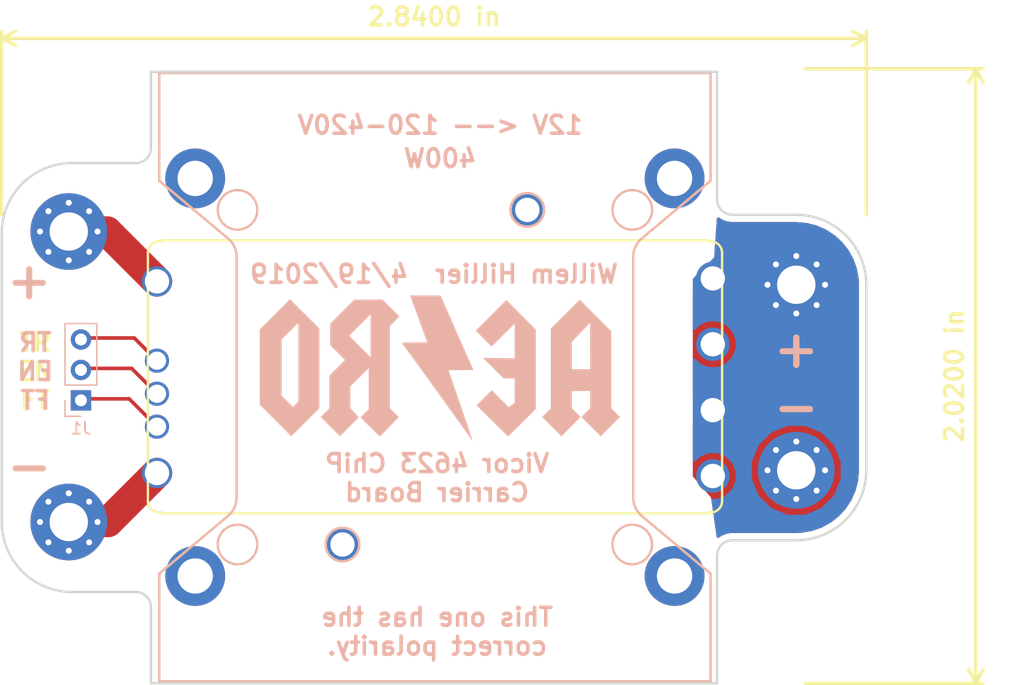
<source format=kicad_pcb>
(kicad_pcb (version 20171130) (host pcbnew "(5.0.2)-1")

  (general
    (thickness 1.6)
    (drawings 35)
    (tracks 10)
    (zones 0)
    (modules 7)
    (nets 8)
  )

  (page A4)
  (layers
    (0 F.Cu signal)
    (31 B.Cu signal)
    (32 B.Adhes user)
    (33 F.Adhes user)
    (34 B.Paste user)
    (35 F.Paste user)
    (36 B.SilkS user)
    (37 F.SilkS user)
    (38 B.Mask user)
    (39 F.Mask user)
    (40 Dwgs.User user)
    (41 Cmts.User user)
    (42 Eco1.User user)
    (43 Eco2.User user)
    (44 Edge.Cuts user)
    (45 Margin user)
    (46 B.CrtYd user)
    (47 F.CrtYd user)
    (48 B.Fab user)
    (49 F.Fab user)
  )

  (setup
    (last_trace_width 0.3048)
    (trace_clearance 0.2032)
    (zone_clearance 0.508)
    (zone_45_only no)
    (trace_min 0.2)
    (segment_width 0.2)
    (edge_width 0.2)
    (via_size 0.8)
    (via_drill 0.4)
    (via_min_size 0.4)
    (via_min_drill 0.3)
    (uvia_size 0.3)
    (uvia_drill 0.1)
    (uvias_allowed no)
    (uvia_min_size 0.2)
    (uvia_min_drill 0.1)
    (pcb_text_width 0.3)
    (pcb_text_size 1.5 1.5)
    (mod_edge_width 0.15)
    (mod_text_size 1 1)
    (mod_text_width 0.15)
    (pad_size 6.4 6.4)
    (pad_drill 3.2)
    (pad_to_mask_clearance 0.2)
    (solder_mask_min_width 0.25)
    (aux_axis_origin 0 0)
    (grid_origin 60.706 19.939)
    (visible_elements 7FFFFFFF)
    (pcbplotparams
      (layerselection 0x010fc_ffffffff)
      (usegerberextensions false)
      (usegerberattributes false)
      (usegerberadvancedattributes false)
      (creategerberjobfile false)
      (excludeedgelayer true)
      (linewidth 0.100000)
      (plotframeref false)
      (viasonmask false)
      (mode 1)
      (useauxorigin false)
      (hpglpennumber 1)
      (hpglpenspeed 20)
      (hpglpendiameter 15.000000)
      (psnegative false)
      (psa4output false)
      (plotreference true)
      (plotvalue true)
      (plotinvisibletext false)
      (padsonsilk false)
      (subtractmaskfromsilk false)
      (outputformat 1)
      (mirror false)
      (drillshape 0)
      (scaleselection 1)
      (outputdirectory "gerbers/"))
  )

  (net 0 "")
  (net 1 "Net-(J1-Pad1)")
  (net 2 "Net-(J1-Pad2)")
  (net 3 "Net-(J1-Pad3)")
  (net 4 "Net-(J2-Pad1)")
  (net 5 "Net-(J3-Pad1)")
  (net 6 "Net-(J4-Pad1)")
  (net 7 "Net-(J5-Pad1)")

  (net_class Default "This is the default net class."
    (clearance 0.2032)
    (trace_width 0.3048)
    (via_dia 0.8)
    (via_drill 0.4)
    (uvia_dia 0.3)
    (uvia_drill 0.1)
    (add_net "Net-(J1-Pad1)")
    (add_net "Net-(J1-Pad2)")
    (add_net "Net-(J1-Pad3)")
    (add_net "Net-(J4-Pad1)")
    (add_net "Net-(J5-Pad1)")
  )

  (net_class HV ""
    (clearance 3.81)
    (trace_width 2.54)
    (via_dia 0.8)
    (via_drill 0.4)
    (uvia_dia 0.3)
    (uvia_drill 0.1)
    (add_net "Net-(J2-Pad1)")
    (add_net "Net-(J3-Pad1)")
  )

  (module Connector_PinHeader_2.54mm:PinHeader_1x03_P2.54mm_Vertical (layer B.Cu) (tedit 59FED5CC) (tstamp 5C8B4814)
    (at 1.016 14.097)
    (descr "Through hole straight pin header, 1x03, 2.54mm pitch, single row")
    (tags "Through hole pin header THT 1x03 2.54mm single row")
    (path /5C7EB2B3)
    (fp_text reference J1 (at 0 2.33) (layer B.SilkS)
      (effects (font (size 1 1) (thickness 0.15)) (justify mirror))
    )
    (fp_text value Interface (at 0 -7.41) (layer B.Fab)
      (effects (font (size 1 1) (thickness 0.15)) (justify mirror))
    )
    (fp_line (start -0.635 1.27) (end 1.27 1.27) (layer B.Fab) (width 0.1))
    (fp_line (start 1.27 1.27) (end 1.27 -6.35) (layer B.Fab) (width 0.1))
    (fp_line (start 1.27 -6.35) (end -1.27 -6.35) (layer B.Fab) (width 0.1))
    (fp_line (start -1.27 -6.35) (end -1.27 0.635) (layer B.Fab) (width 0.1))
    (fp_line (start -1.27 0.635) (end -0.635 1.27) (layer B.Fab) (width 0.1))
    (fp_line (start -1.33 -6.41) (end 1.33 -6.41) (layer B.SilkS) (width 0.12))
    (fp_line (start -1.33 -1.27) (end -1.33 -6.41) (layer B.SilkS) (width 0.12))
    (fp_line (start 1.33 -1.27) (end 1.33 -6.41) (layer B.SilkS) (width 0.12))
    (fp_line (start -1.33 -1.27) (end 1.33 -1.27) (layer B.SilkS) (width 0.12))
    (fp_line (start -1.33 0) (end -1.33 1.33) (layer B.SilkS) (width 0.12))
    (fp_line (start -1.33 1.33) (end 0 1.33) (layer B.SilkS) (width 0.12))
    (fp_line (start -1.8 1.8) (end -1.8 -6.85) (layer B.CrtYd) (width 0.05))
    (fp_line (start -1.8 -6.85) (end 1.8 -6.85) (layer B.CrtYd) (width 0.05))
    (fp_line (start 1.8 -6.85) (end 1.8 1.8) (layer B.CrtYd) (width 0.05))
    (fp_line (start 1.8 1.8) (end -1.8 1.8) (layer B.CrtYd) (width 0.05))
    (fp_text user %R (at 0 -2.54 -90) (layer B.Fab)
      (effects (font (size 1 1) (thickness 0.15)) (justify mirror))
    )
    (pad 1 thru_hole rect (at 0 0) (size 1.7 1.7) (drill 1) (layers *.Cu *.Mask)
      (net 1 "Net-(J1-Pad1)"))
    (pad 2 thru_hole oval (at 0 -2.54) (size 1.7 1.7) (drill 1) (layers *.Cu *.Mask)
      (net 2 "Net-(J1-Pad2)"))
    (pad 3 thru_hole oval (at 0 -5.08) (size 1.7 1.7) (drill 1) (layers *.Cu *.Mask)
      (net 3 "Net-(J1-Pad3)"))
    (model ${KISYS3DMOD}/Connector_PinHeader_2.54mm.3dshapes/PinHeader_1x03_P2.54mm_Vertical.wrl
      (at (xyz 0 0 0))
      (scale (xyz 1 1 1))
      (rotate (xyz 0 0 0))
    )
  )

  (module MountingHole:MountingHole_3.2mm_M3_Pad_Via (layer F.Cu) (tedit 5C80A11C) (tstamp 5C8B4AAE)
    (at 0 0)
    (descr "Mounting Hole 3.2mm, M3")
    (tags "mounting hole 3.2mm m3")
    (path /5C7EAEF1)
    (attr virtual)
    (fp_text reference J2 (at 0 -4.2) (layer F.SilkS) hide
      (effects (font (size 1 1) (thickness 0.15)))
    )
    (fp_text value HV+ (at 0 4.2) (layer F.Fab)
      (effects (font (size 1 1) (thickness 0.15)))
    )
    (fp_text user %R (at 0.3 0) (layer F.Fab)
      (effects (font (size 1 1) (thickness 0.15)))
    )
    (fp_circle (center 0 0) (end 3.2 0) (layer Cmts.User) (width 0.15))
    (fp_circle (center 0 0) (end 3.45 0) (layer F.CrtYd) (width 0.05))
    (pad 1 thru_hole circle (at 0 0) (size 6.4 6.4) (drill 3.2) (layers *.Cu *.Mask)
      (net 4 "Net-(J2-Pad1)"))
    (pad 1 thru_hole circle (at 2.4 0) (size 0.8 0.8) (drill 0.5) (layers *.Cu *.Mask)
      (net 4 "Net-(J2-Pad1)"))
    (pad 1 thru_hole circle (at 1.697056 1.697056) (size 0.8 0.8) (drill 0.5) (layers *.Cu *.Mask)
      (net 4 "Net-(J2-Pad1)"))
    (pad 1 thru_hole circle (at 0 2.4) (size 0.8 0.8) (drill 0.5) (layers *.Cu *.Mask)
      (net 4 "Net-(J2-Pad1)"))
    (pad 1 thru_hole circle (at -1.697056 1.697056) (size 0.8 0.8) (drill 0.5) (layers *.Cu *.Mask)
      (net 4 "Net-(J2-Pad1)"))
    (pad 1 thru_hole circle (at -2.4 0) (size 0.8 0.8) (drill 0.5) (layers *.Cu *.Mask)
      (net 4 "Net-(J2-Pad1)"))
    (pad 1 thru_hole circle (at -1.697056 -1.697056) (size 0.8 0.8) (drill 0.5) (layers *.Cu *.Mask)
      (net 4 "Net-(J2-Pad1)"))
    (pad 1 thru_hole circle (at 0 -2.4) (size 0.8 0.8) (drill 0.5) (layers *.Cu *.Mask)
      (net 4 "Net-(J2-Pad1)"))
    (pad 1 thru_hole circle (at 1.697056 -1.697056) (size 0.8 0.8) (drill 0.5) (layers *.Cu *.Mask)
      (net 4 "Net-(J2-Pad1)"))
  )

  (module MountingHole:MountingHole_3.2mm_M3_Pad_Via (layer F.Cu) (tedit 5C80A124) (tstamp 5C8B47E0)
    (at 0 24.257)
    (descr "Mounting Hole 3.2mm, M3")
    (tags "mounting hole 3.2mm m3")
    (path /5C7EAF3F)
    (attr virtual)
    (fp_text reference J3 (at 0 -4.2) (layer F.SilkS) hide
      (effects (font (size 1 1) (thickness 0.15)))
    )
    (fp_text value HV- (at 0 4.2) (layer F.Fab)
      (effects (font (size 1 1) (thickness 0.15)))
    )
    (fp_circle (center 0 0) (end 3.45 0) (layer F.CrtYd) (width 0.05))
    (fp_circle (center 0 0) (end 3.2 0) (layer Cmts.User) (width 0.15))
    (fp_text user %R (at 0.3 0) (layer F.Fab)
      (effects (font (size 1 1) (thickness 0.15)))
    )
    (pad 1 thru_hole circle (at 1.697056 -1.697056) (size 0.8 0.8) (drill 0.5) (layers *.Cu *.Mask)
      (net 5 "Net-(J3-Pad1)"))
    (pad 1 thru_hole circle (at 0 -2.4) (size 0.8 0.8) (drill 0.5) (layers *.Cu *.Mask)
      (net 5 "Net-(J3-Pad1)"))
    (pad 1 thru_hole circle (at -1.697056 -1.697056) (size 0.8 0.8) (drill 0.5) (layers *.Cu *.Mask)
      (net 5 "Net-(J3-Pad1)"))
    (pad 1 thru_hole circle (at -2.4 0) (size 0.8 0.8) (drill 0.5) (layers *.Cu *.Mask)
      (net 5 "Net-(J3-Pad1)"))
    (pad 1 thru_hole circle (at -1.697056 1.697056) (size 0.8 0.8) (drill 0.5) (layers *.Cu *.Mask)
      (net 5 "Net-(J3-Pad1)"))
    (pad 1 thru_hole circle (at 0 2.4) (size 0.8 0.8) (drill 0.5) (layers *.Cu *.Mask)
      (net 5 "Net-(J3-Pad1)"))
    (pad 1 thru_hole circle (at 1.697056 1.697056) (size 0.8 0.8) (drill 0.5) (layers *.Cu *.Mask)
      (net 5 "Net-(J3-Pad1)"))
    (pad 1 thru_hole circle (at 2.4 0) (size 0.8 0.8) (drill 0.5) (layers *.Cu *.Mask)
      (net 5 "Net-(J3-Pad1)"))
    (pad 1 thru_hole circle (at 0 0) (size 6.4 6.4) (drill 3.2) (layers *.Cu *.Mask)
      (net 5 "Net-(J3-Pad1)"))
  )

  (module MountingHole:MountingHole_3.2mm_M3_Pad_Via (layer F.Cu) (tedit 5CBA691B) (tstamp 5C8B4A0E)
    (at 60.706 4.445)
    (descr "Mounting Hole 3.2mm, M3")
    (tags "mounting hole 3.2mm m3")
    (path /5C7EAF57)
    (attr virtual)
    (fp_text reference J4 (at 0 -4.2) (layer F.SilkS) hide
      (effects (font (size 1 1) (thickness 0.15)))
    )
    (fp_text value 12V+ (at 0 4.2) (layer F.Fab)
      (effects (font (size 1 1) (thickness 0.15)))
    )
    (fp_text user %R (at 0.3 0) (layer F.Fab)
      (effects (font (size 1 1) (thickness 0.15)))
    )
    (fp_circle (center 0 0) (end 3.2 0) (layer Cmts.User) (width 0.15))
    (fp_circle (center 0 0) (end 3.45 0) (layer F.CrtYd) (width 0.05))
    (pad 1 thru_hole circle (at 0 0) (size 6.4 6.4) (drill 3.2) (layers *.Cu *.Mask)
      (net 6 "Net-(J4-Pad1)"))
    (pad 1 thru_hole circle (at 2.4 0) (size 0.8 0.8) (drill 0.5) (layers *.Cu *.Mask)
      (net 6 "Net-(J4-Pad1)"))
    (pad 1 thru_hole circle (at 1.697056 1.697056) (size 0.8 0.8) (drill 0.5) (layers *.Cu *.Mask)
      (net 6 "Net-(J4-Pad1)"))
    (pad 1 thru_hole circle (at 0 2.4) (size 0.8 0.8) (drill 0.5) (layers *.Cu *.Mask)
      (net 6 "Net-(J4-Pad1)"))
    (pad 1 thru_hole circle (at -1.697056 1.697056) (size 0.8 0.8) (drill 0.5) (layers *.Cu *.Mask)
      (net 6 "Net-(J4-Pad1)"))
    (pad 1 thru_hole circle (at -2.4 0) (size 0.8 0.8) (drill 0.5) (layers *.Cu *.Mask)
      (net 6 "Net-(J4-Pad1)"))
    (pad 1 thru_hole circle (at -1.697056 -1.697056) (size 0.8 0.8) (drill 0.5) (layers *.Cu *.Mask)
      (net 6 "Net-(J4-Pad1)"))
    (pad 1 thru_hole circle (at 0 -2.4) (size 0.8 0.8) (drill 0.5) (layers *.Cu *.Mask)
      (net 6 "Net-(J4-Pad1)"))
    (pad 1 thru_hole circle (at 1.697056 -1.697056) (size 0.8 0.8) (drill 0.5) (layers *.Cu *.Mask)
      (net 6 "Net-(J4-Pad1)"))
  )

  (module MountingHole:MountingHole_3.2mm_M3_Pad_Via (layer F.Cu) (tedit 5CBA68D5) (tstamp 5C8B49E1)
    (at 60.706 19.939)
    (descr "Mounting Hole 3.2mm, M3")
    (tags "mounting hole 3.2mm m3")
    (path /5C7EAFA7)
    (attr virtual)
    (fp_text reference J5 (at 0 -4.2) (layer F.SilkS) hide
      (effects (font (size 1 1) (thickness 0.15)))
    )
    (fp_text value 12V- (at 0 4.2) (layer F.Fab)
      (effects (font (size 1 1) (thickness 0.15)))
    )
    (fp_circle (center 0 0) (end 3.45 0) (layer F.CrtYd) (width 0.05))
    (fp_circle (center 0 0) (end 3.2 0) (layer Cmts.User) (width 0.15))
    (fp_text user %R (at 0.3 0) (layer F.Fab)
      (effects (font (size 1 1) (thickness 0.15)))
    )
    (pad 1 thru_hole circle (at 1.697056 -1.697056) (size 0.8 0.8) (drill 0.5) (layers *.Cu *.Mask)
      (net 7 "Net-(J5-Pad1)"))
    (pad 1 thru_hole circle (at 0 -2.4) (size 0.8 0.8) (drill 0.5) (layers *.Cu *.Mask)
      (net 7 "Net-(J5-Pad1)"))
    (pad 1 thru_hole circle (at -1.697056 -1.697056) (size 0.8 0.8) (drill 0.5) (layers *.Cu *.Mask)
      (net 7 "Net-(J5-Pad1)"))
    (pad 1 thru_hole circle (at -2.4 0) (size 0.8 0.8) (drill 0.5) (layers *.Cu *.Mask)
      (net 7 "Net-(J5-Pad1)"))
    (pad 1 thru_hole circle (at -1.697056 1.697056) (size 0.8 0.8) (drill 0.5) (layers *.Cu *.Mask)
      (net 7 "Net-(J5-Pad1)"))
    (pad 1 thru_hole circle (at 0 2.4) (size 0.8 0.8) (drill 0.5) (layers *.Cu *.Mask)
      (net 7 "Net-(J5-Pad1)"))
    (pad 1 thru_hole circle (at 1.697056 1.697056) (size 0.8 0.8) (drill 0.5) (layers *.Cu *.Mask)
      (net 7 "Net-(J5-Pad1)"))
    (pad 1 thru_hole circle (at 2.4 0) (size 0.8 0.8) (drill 0.5) (layers *.Cu *.Mask)
      (net 7 "Net-(J5-Pad1)"))
    (pad 1 thru_hole circle (at 0 0) (size 6.4 6.4) (drill 3.2) (layers *.Cu *.Mask)
      (net 7 "Net-(J5-Pad1)"))
  )

  (module CustomFootprints:DCM4623TD2J13D0T70_w_landpattern (layer F.Cu) (tedit 5C80A120) (tstamp 5C8B48C6)
    (at 30.551 12.165001)
    (path /5C7EAE2A)
    (fp_text reference U1 (at -31.15 0 90) (layer F.SilkS) hide
      (effects (font (size 1 1) (thickness 0.15)))
    )
    (fp_text value DCM4623TD2J13D0T70-AEROParts (at -0.05 -2.05) (layer F.Fab)
      (effects (font (size 1 1) (thickness 0.15)))
    )
    (fp_line (start -21.119413 14.822) (end -23 16.4) (layer B.SilkS) (width 0.2))
    (fp_line (start -17.264425 11.587281) (end -20.96806 14.695) (layer B.SilkS) (width 0.2))
    (fp_arc (start -7.7089 13.97) (end -6.511246 14.695) (angle -242.377245) (layer B.SilkS) (width 0.2))
    (fp_circle (center 20 -16.6) (end 20 -17.625) (layer B.SilkS) (width 0.2))
    (fp_circle (center -20 16.6) (end -20 15.575) (layer B.SilkS) (width 0.2))
    (fp_arc (start -16.47 13.97) (end -17.88301 14.822) (angle -117.8227081) (layer B.SilkS) (width 0.2))
    (fp_arc (start 7.7089 -13.97) (end 8.819799 -14.822) (angle -105.0274407) (layer B.SilkS) (width 0.2))
    (fp_line (start -23 18.505) (end -23 25.4) (layer B.SilkS) (width 0.2))
    (fp_circle (center -20 -16.6) (end -20 -17.625) (layer B.SilkS) (width 0.2))
    (fp_line (start 23 -18.505) (end 23 -25.4) (layer B.SilkS) (width 0.2))
    (fp_line (start 23 -16.4) (end 23 -18.378) (layer B.SilkS) (width 0.2))
    (fp_arc (start 18.55 -10.055192) (end 17.264425 -11.587281) (angle -50) (layer B.SilkS) (width 0.2))
    (fp_line (start 16.55 10.055192) (end 16.55 -10.055192) (layer B.SilkS) (width 0.2))
    (fp_line (start 21.119413 14.822) (end 20.96806 14.695) (layer B.SilkS) (width 0.2))
    (fp_line (start 23 25.4) (end 23 18.505) (layer B.SilkS) (width 0.2))
    (fp_line (start -23 18.378) (end -23 18.505) (layer B.SilkS) (width 0.2))
    (fp_line (start -20.96806 14.695) (end -21.119413 14.822) (layer B.SilkS) (width 0.2))
    (fp_arc (start 16.47 -13.97) (end 14.987814 -14.695) (angle -232.130437) (layer B.SilkS) (width 0.2))
    (fp_line (start 23 16.4) (end 21.119413 14.822) (layer B.SilkS) (width 0.2))
    (fp_circle (center 20 16.6) (end 20 15.575) (layer B.SilkS) (width 0.2))
    (fp_arc (start -18.55 10.055192) (end -17.264425 11.587281) (angle -50) (layer B.SilkS) (width 0.2))
    (fp_arc (start 16.47 13.97) (end 17.952186 14.695) (angle -232.130437) (layer B.SilkS) (width 0.2))
    (fp_line (start 21.119413 -14.822) (end 23 -16.4) (layer B.SilkS) (width 0.2))
    (fp_arc (start -16.47 13.97) (end -14.987814 14.695) (angle -232.130437) (layer B.SilkS) (width 0.2))
    (fp_arc (start 16.47 13.97) (end 15.05699 14.822) (angle -117.8227081) (layer B.SilkS) (width 0.2))
    (fp_line (start 20.96806 -14.695) (end 21.119413 -14.822) (layer B.SilkS) (width 0.2))
    (fp_line (start -23 -16.4) (end -21.119413 -14.822) (layer B.SilkS) (width 0.2))
    (fp_line (start -20.96806 -14.695) (end -17.264425 -11.587281) (layer B.SilkS) (width 0.2))
    (fp_arc (start 16.47 -13.97) (end 17.88301 -14.822) (angle -117.8227081) (layer B.SilkS) (width 0.2))
    (fp_arc (start -7.7089 13.97) (end -8.819799 14.822) (angle -105.0274407) (layer B.SilkS) (width 0.2))
    (fp_line (start 23 -25.4) (end -23 -25.4) (layer B.SilkS) (width 0.2))
    (fp_arc (start -16.47 -13.97) (end -15.05699 -14.822) (angle -117.8227081) (layer B.SilkS) (width 0.2))
    (fp_line (start 17.264425 -11.587281) (end 20.96806 -14.695) (layer B.SilkS) (width 0.2))
    (fp_line (start -23 -18.378) (end -23 -16.4) (layer B.SilkS) (width 0.2))
    (fp_arc (start 7.7089 -13.97) (end 6.511246 -14.695) (angle -242.377245) (layer B.SilkS) (width 0.2))
    (fp_arc (start -16.47 -13.97) (end -17.952186 -14.695) (angle -232.130437) (layer B.SilkS) (width 0.2))
    (fp_line (start 20.96806 14.695) (end 17.264425 11.587281) (layer B.SilkS) (width 0.2))
    (fp_arc (start 18.55 10.055192) (end 16.55 10.055192) (angle -50) (layer B.SilkS) (width 0.2))
    (fp_line (start -23 16.4) (end -23 18.378) (layer B.SilkS) (width 0.2))
    (fp_line (start -23 -25.4) (end -23 -18.505) (layer B.SilkS) (width 0.2))
    (fp_line (start 23 18.505) (end 23 18.378) (layer B.SilkS) (width 0.2))
    (fp_arc (start -18.55 -10.055192) (end -16.55 -10.055192) (angle -50) (layer B.SilkS) (width 0.2))
    (fp_line (start 23 18.378) (end 23 16.4) (layer B.SilkS) (width 0.2))
    (fp_line (start -16.55 -10.055192) (end -16.55 10.055192) (layer B.SilkS) (width 0.2))
    (fp_line (start -21.119413 -14.822) (end -20.96806 -14.695) (layer B.SilkS) (width 0.2))
    (fp_line (start -23 -18.505) (end -23 -18.378) (layer B.SilkS) (width 0.2))
    (fp_line (start 23 -18.378) (end 23 -18.505) (layer B.SilkS) (width 0.2))
    (fp_line (start -23 25.4) (end 23 25.4) (layer B.SilkS) (width 0.2))
    (fp_line (start -22.7782 -11.4262) (end -22.7782 -11.35) (layer F.SilkS) (width 0.2))
    (fp_line (start -22.7782 11.2976) (end -22.7782 11.3738) (layer F.SilkS) (width 0.2))
    (fp_arc (start 23 -10.3848) (end 23.9652 -10.3848) (angle -90) (layer F.SilkS) (width 0.2))
    (fp_line (start 22.7968 11.3738) (end 22.7968 11.2976) (layer F.SilkS) (width 0.2))
    (fp_line (start 22.7968 -11.4262) (end -22.7782 -11.4262) (layer F.SilkS) (width 0.2))
    (fp_line (start -23.9466 10.3324) (end -23.9466 -10.3848) (layer F.SilkS) (width 0.2))
    (fp_arc (start -22.9814 -10.3848) (end -22.9814 -11.35) (angle -90) (layer F.SilkS) (width 0.2))
    (fp_line (start -22.7782 11.3738) (end 22.7968 11.3738) (layer F.SilkS) (width 0.2))
    (fp_line (start 23 11.2976) (end 22.7968 11.2976) (layer F.SilkS) (width 0.2))
    (fp_line (start 22.7968 -11.4262) (end 22.7968 -11.35) (layer F.SilkS) (width 0.2))
    (fp_line (start 23.9652 10.3324) (end 23.9652 -10.3848) (layer F.SilkS) (width 0.2))
    (fp_arc (start 23 10.3324) (end 23 11.2976) (angle -90) (layer F.SilkS) (width 0.2))
    (fp_line (start -22.9814 -11.35) (end -22.7782 -11.35) (layer F.SilkS) (width 0.2))
    (fp_arc (start -22.9814 10.3324) (end -23.9466 10.3324) (angle -90) (layer F.SilkS) (width 0.2))
    (fp_line (start -22.9814 11.2976) (end -22.7782 11.2976) (layer F.SilkS) (width 0.2))
    (fp_line (start 23 -11.35) (end 22.7968 -11.35) (layer F.SilkS) (width 0.2))
    (fp_line (start 16.55 10.055192) (end 16.55 -10.055192) (layer F.SilkS) (width 0.2))
    (fp_line (start -20.96806 14.695) (end -21.119413 14.822) (layer F.SilkS) (width 0.2))
    (fp_line (start -23 -18.505) (end -23 -18.378) (layer F.SilkS) (width 0.2))
    (fp_line (start 21.119413 -14.822) (end 23 -16.4) (layer F.SilkS) (width 0.2))
    (fp_line (start 20.96806 14.695) (end 17.264425 11.587281) (layer F.SilkS) (width 0.2))
    (fp_line (start 23 16.4) (end 21.119413 14.822) (layer F.SilkS) (width 0.2))
    (fp_line (start 23 25.4) (end 23 18.505) (layer F.SilkS) (width 0.2))
    (fp_arc (start -7.7089 13.97) (end -8.819799 14.822) (angle -105.0274407) (layer F.SilkS) (width 0.2))
    (fp_line (start 23 18.378) (end 23 16.4) (layer F.SilkS) (width 0.2))
    (fp_line (start -23 -25.4) (end -23 -18.505) (layer F.SilkS) (width 0.2))
    (fp_line (start 17.264425 -11.587281) (end 20.96806 -14.695) (layer F.SilkS) (width 0.2))
    (fp_line (start -17.264425 11.587281) (end -20.96806 14.695) (layer F.SilkS) (width 0.2))
    (fp_line (start 20.96806 -14.695) (end 21.119413 -14.822) (layer F.SilkS) (width 0.2))
    (fp_arc (start -16.47 -13.97) (end -15.05699 -14.822) (angle -117.8227081) (layer F.SilkS) (width 0.2))
    (fp_arc (start 18.55 10.055192) (end 16.55 10.055192) (angle -50) (layer F.SilkS) (width 0.2))
    (fp_line (start -23 25.4) (end 23 25.4) (layer F.SilkS) (width 0.2))
    (fp_arc (start -16.47 -13.97) (end -17.952186 -14.695) (angle -232.130437) (layer F.SilkS) (width 0.2))
    (fp_line (start 21.119413 14.822) (end 20.96806 14.695) (layer F.SilkS) (width 0.2))
    (fp_line (start -23 18.505) (end -23 25.4) (layer F.SilkS) (width 0.2))
    (fp_circle (center 20 16.6) (end 20 15.575) (layer F.SilkS) (width 0.2))
    (fp_line (start 23 18.505) (end 23 18.378) (layer F.SilkS) (width 0.2))
    (fp_line (start -21.119413 14.822) (end -23 16.4) (layer F.SilkS) (width 0.2))
    (fp_arc (start 16.47 13.97) (end 17.952186 14.695) (angle -232.130437) (layer F.SilkS) (width 0.2))
    (fp_arc (start 7.7089 -13.97) (end 6.511246 -14.695) (angle -242.377245) (layer F.SilkS) (width 0.2))
    (fp_line (start 23 -25.4) (end -23 -25.4) (layer F.SilkS) (width 0.2))
    (fp_line (start 23 -18.378) (end 23 -18.505) (layer F.SilkS) (width 0.2))
    (fp_arc (start 16.47 -13.97) (end 17.88301 -14.822) (angle -117.8227081) (layer F.SilkS) (width 0.2))
    (fp_arc (start 18.55 -10.055192) (end 17.264425 -11.587281) (angle -50) (layer F.SilkS) (width 0.2))
    (fp_arc (start -16.47 13.97) (end -17.88301 14.822) (angle -117.8227081) (layer F.SilkS) (width 0.2))
    (fp_arc (start -16.47 13.97) (end -14.987814 14.695) (angle -232.130437) (layer F.SilkS) (width 0.2))
    (fp_arc (start 16.47 13.97) (end 15.05699 14.822) (angle -117.8227081) (layer F.SilkS) (width 0.2))
    (fp_arc (start -7.7089 13.97) (end -6.511246 14.695) (angle -242.377245) (layer F.SilkS) (width 0.2))
    (fp_line (start -16.55 -10.055192) (end -16.55 10.055192) (layer F.SilkS) (width 0.2))
    (fp_line (start -23 -18.378) (end -23 -16.4) (layer F.SilkS) (width 0.2))
    (fp_line (start -23 18.378) (end -23 18.505) (layer F.SilkS) (width 0.2))
    (fp_line (start -23 16.4) (end -23 18.378) (layer F.SilkS) (width 0.2))
    (fp_arc (start 16.47 -13.97) (end 14.987814 -14.695) (angle -232.130437) (layer F.SilkS) (width 0.2))
    (fp_arc (start 7.7089 -13.97) (end 8.819799 -14.822) (angle -105.0274407) (layer F.SilkS) (width 0.2))
    (fp_circle (center -20 -16.6) (end -20 -17.625) (layer F.SilkS) (width 0.2))
    (fp_arc (start -18.55 10.055192) (end -17.264425 11.587281) (angle -50) (layer F.SilkS) (width 0.2))
    (fp_circle (center 20 -16.6) (end 20 -17.625) (layer F.SilkS) (width 0.2))
    (fp_line (start -20.96806 -14.695) (end -17.264425 -11.587281) (layer F.SilkS) (width 0.2))
    (fp_line (start -23 -16.4) (end -21.119413 -14.822) (layer F.SilkS) (width 0.2))
    (fp_arc (start -18.55 -10.055192) (end -16.55 -10.055192) (angle -50) (layer F.SilkS) (width 0.2))
    (fp_line (start -21.119413 -14.822) (end -20.96806 -14.695) (layer F.SilkS) (width 0.2))
    (fp_circle (center -20 16.6) (end -20 15.575) (layer F.SilkS) (width 0.2))
    (fp_line (start 23 -18.505) (end 23 -25.4) (layer F.SilkS) (width 0.2))
    (fp_line (start 23 -16.4) (end 23 -18.378) (layer F.SilkS) (width 0.2))
    (pad 1 thru_hole circle (at -23.19 -8) (size 2.53 2.53) (drill 2.03) (layers *.Cu *.Mask)
      (net 4 "Net-(J2-Pad1)"))
    (pad 5 thru_hole circle (at -23.19 8) (size 2.53 2.53) (drill 2.03) (layers *.Cu *.Mask)
      (net 5 "Net-(J3-Pad1)"))
    (pad 2 thru_hole circle (at -23.19 -1.38) (size 2.02 2.02) (drill 1.52) (layers *.Cu *.Mask)
      (net 3 "Net-(J1-Pad3)"))
    (pad 3 thru_hole circle (at -23.19 1.38) (size 2.02 2.02) (drill 1.52) (layers *.Cu *.Mask)
      (net 2 "Net-(J1-Pad2)"))
    (pad 4 thru_hole circle (at -23.19 4.13) (size 2.02 2.02) (drill 1.52) (layers *.Cu *.Mask)
      (net 1 "Net-(J1-Pad1)"))
    (pad 6 thru_hole circle (at 23.19 8.25) (size 2.79 2.79) (drill 2.03) (layers *.Cu *.Mask)
      (net 7 "Net-(J5-Pad1)"))
    (pad 7 thru_hole circle (at 23.19 2.75) (size 2.79 2.79) (drill 2.03) (layers *.Cu *.Mask)
      (net 6 "Net-(J4-Pad1)"))
    (pad 8 thru_hole circle (at 23.19 -2.75) (size 2.79 2.79) (drill 2.03) (layers *.Cu *.Mask)
      (net 7 "Net-(J5-Pad1)"))
    (pad 9 thru_hole circle (at 23.19 -8.25) (size 2.79 2.79) (drill 2.03) (layers *.Cu *.Mask)
      (net 6 "Net-(J4-Pad1)"))
    (pad "" np_thru_hole circle (at 16.47 -13.97) (size 3.1 3.1) (drill 3.1) (layers *.Cu *.Mask))
    (pad "" np_thru_hole circle (at -16.47 -13.97) (size 3.1 3.1) (drill 3.1) (layers *.Cu *.Mask))
    (pad "" np_thru_hole circle (at -16.47 13.97) (size 3.1 3.1) (drill 3.1) (layers *.Cu *.Mask))
    (pad "" np_thru_hole circle (at 16.47 13.97) (size 3.1 3.1) (drill 3.1) (layers *.Cu *.Mask))
    (pad "" thru_hole circle (at 7.71 -13.97) (size 2.79 2.79) (drill 2.03) (layers *.Cu *.Mask))
    (pad "" thru_hole circle (at -7.71 13.97) (size 2.79 2.79) (drill 2.03) (layers *.Cu *.Mask))
    (pad "" thru_hole circle (at 20 -16.6) (size 4.99 4.99) (drill 2.95) (layers *.Cu *.Mask))
    (pad "" thru_hole circle (at 20 16.6) (size 4.99 4.99) (drill 2.95) (layers *.Cu *.Mask))
    (pad "" thru_hole circle (at -20 -16.6) (size 4.99 4.99) (drill 2.95) (layers *.Cu *.Mask))
    (pad "" thru_hole circle (at -20 16.6) (size 4.99 4.99) (drill 2.95) (layers *.Cu *.Mask))
    (model "C:/Users/Willem Hillier/Documents/GitHub/AERO-Boards-KiCad/3d_models/DCM_3d/40258.step"
      (offset (xyz -158.6229976177216 -58.41999912261962 -37.3379994392395))
      (scale (xyz 1 1 1))
      (rotate (xyz 180 0 180))
    )
    (model "C:/Users/Willem Hillier/Documents/GitHub/AERO-Boards-KiCad/3d_models/DCM_3d/40098.STEP"
      (at (xyz 0 0 0))
      (scale (xyz 1 1 1))
      (rotate (xyz 0 0 90))
    )
    (model "C:/Users/Willem Hillier/Documents/GitHub/AERO-Boards-KiCad/3d_models/DCM_3d/40261.STEP"
      (offset (xyz 0 0 8.889999866485596))
      (scale (xyz 1 1 1))
      (rotate (xyz 0 0 90))
    )
    (model "C:/Users/Willem Hillier/Documents/Github/AERO-boards-kicad/3d_models/DCM_3d/32436_vicor_spring.STEP"
      (offset (xyz 16.5 14 13.35))
      (scale (xyz 1 1 1))
      (rotate (xyz 90 0 30))
    )
    (model "C:/Users/Willem Hillier/Documents/Github/AERO-boards-kicad/3d_models/DCM_3d/32436_vicor_spring.STEP"
      (offset (xyz 16.5 -14 13.35))
      (scale (xyz 1 1 1))
      (rotate (xyz 90 0 30))
    )
    (model "C:/Users/Willem Hillier/Documents/Github/AERO-boards-kicad/3d_models/DCM_3d/32436_vicor_spring.STEP"
      (offset (xyz -16.5 14 13.35))
      (scale (xyz 1 1 1))
      (rotate (xyz 90 0 30))
    )
    (model "C:/Users/Willem Hillier/Documents/Github/AERO-boards-kicad/3d_models/DCM_3d/32436_vicor_spring.STEP"
      (offset (xyz -16.5 -14 13.35))
      (scale (xyz 1 1 1))
      (rotate (xyz 90 0 30))
    )
  )

  (module AERO_Logos:AERO_Logo_30x12mm (layer B.Cu) (tedit 0) (tstamp 5C8E6A30)
    (at 30.988 11.43 180)
    (fp_text reference G*** (at 0 0 180) (layer B.SilkS) hide
      (effects (font (size 1.524 1.524) (thickness 0.3)) (justify mirror))
    )
    (fp_text value LOGO (at 0.75 0 180) (layer B.SilkS) hide
      (effects (font (size 1.524 1.524) (thickness 0.3)) (justify mirror))
    )
    (fp_poly (pts (xy 13.784584 4.513213) (xy 15.044077 3.255177) (xy 15.044077 -3.045183) (xy 12.418665 -5.667867)
      (xy 10.076033 -3.322191) (xy 10.076033 -2.757249) (xy 11.825345 -2.757249) (xy 12.274603 -3.220767)
      (xy 12.749699 -2.749312) (xy 13.224794 -2.277858) (xy 13.224794 2.416675) (xy 12.525069 3.113774)
      (xy 11.825345 3.810873) (xy 11.825345 -2.757249) (xy 10.076033 -2.757249) (xy 10.076033 3.325191)
      (xy 11.300562 4.54822) (xy 12.52509 5.771249) (xy 13.784584 4.513213)) (layer B.SilkS) (width 0.01))
    (fp_poly (pts (xy 9.166391 3.741775) (xy 9.166391 1.927011) (xy 8.555553 1.313329) (xy 7.944714 0.699647)
      (xy 9.236364 -0.597395) (xy 9.236364 -3.319291) (xy 9.602332 -3.689862) (xy 9.968299 -4.060433)
      (xy 8.360193 -5.668539) (xy 7.575409 -4.880963) (xy 6.790624 -4.093388) (xy 7.135809 -3.70854)
      (xy 7.480994 -3.323691) (xy 7.484023 -2.412856) (xy 7.487053 -1.502021) (xy 6.717356 -0.734711)
      (xy 5.947659 0.0326) (xy 5.947659 -3.398925) (xy 6.298293 -3.744287) (xy 6.648928 -4.089649)
      (xy 5.862107 -4.878709) (xy 5.592358 -5.146519) (xy 5.356687 -5.375385) (xy 5.172792 -5.548524)
      (xy 5.058369 -5.649153) (xy 5.030046 -5.667768) (xy 4.968756 -5.619715) (xy 4.828852 -5.487007)
      (xy 4.627713 -5.286823) (xy 4.382717 -5.036342) (xy 4.219021 -4.866048) (xy 3.453237 -4.064327)
      (xy 3.825792 -3.696399) (xy 4.198347 -3.328472) (xy 4.198347 0.945314) (xy 5.807714 0.945314)
      (xy 6.699519 1.83712) (xy 7.591325 2.728926) (xy 5.807714 4.512537) (xy 5.807714 0.945314)
      (xy 4.198347 0.945314) (xy 4.198347 3.529551) (xy 3.797759 3.934364) (xy 3.39717 4.339176)
      (xy 4.093829 5.038459) (xy 4.790488 5.737741) (xy 7.173987 5.737741) (xy 9.166391 3.741775)) (layer B.SilkS) (width 0.01))
    (fp_poly (pts (xy -4.253727 4.428642) (xy -2.975921 3.149435) (xy -3.638469 2.484121) (xy -4.301016 1.818807)
      (xy -5.264282 2.780229) (xy -6.227548 3.741652) (xy -6.227548 0.833818) (xy -4.898925 0.854237)
      (xy -3.570301 0.874656) (xy -4.425561 0.017493) (xy -5.28082 -0.839669) (xy -6.227548 -0.839669)
      (xy -6.227548 -2.861748) (xy -5.978133 -3.051987) (xy -5.728717 -3.242225) (xy -5.015178 -2.531115)
      (xy -4.301639 -1.820004) (xy -3.670394 -2.45125) (xy -3.039149 -3.082495) (xy -4.338309 -4.375132)
      (xy -4.68732 -4.721173) (xy -5.003416 -5.032249) (xy -5.273229 -5.295394) (xy -5.483391 -5.497642)
      (xy -5.620535 -5.626024) (xy -5.670907 -5.667768) (xy -5.727729 -5.62041) (xy -5.868829 -5.4876)
      (xy -6.079922 -5.283232) (xy -6.346722 -5.021203) (xy -6.654947 -4.715408) (xy -6.840602 -4.529944)
      (xy -7.976859 -3.392119) (xy -7.976859 3.248793) (xy -6.754196 4.478321) (xy -5.531532 5.70785)
      (xy -4.253727 4.428642)) (layer B.SilkS) (width 0.01))
    (fp_poly (pts (xy -10.442677 4.530025) (xy -9.236363 3.322233) (xy -9.236363 -3.319291) (xy -8.870396 -3.689862)
      (xy -8.504428 -4.060433) (xy -10.112534 -5.668539) (xy -10.914691 -4.8641) (xy -11.716848 -4.05966)
      (xy -11.351261 -3.689476) (xy -10.985675 -3.319291) (xy -10.985675 -1.889256) (xy -12.525069 -1.889256)
      (xy -12.525069 -3.319291) (xy -11.793133 -4.060433) (xy -13.401239 -5.668539) (xy -14.203396 -4.8641)
      (xy -15.005552 -4.05966) (xy -14.639967 -3.689476) (xy -14.27438 -3.319291) (xy -14.27438 -0.069972)
      (xy -12.525069 -0.069972) (xy -10.985675 -0.069972) (xy -10.985675 2.208021) (xy -11.751826 3.01076)
      (xy -12.517978 3.813499) (xy -12.521523 1.871763) (xy -12.525069 -0.069972) (xy -14.27438 -0.069972)
      (xy -14.27438 3.115156) (xy -11.64899 5.737818) (xy -10.442677 4.530025)) (layer B.SilkS) (width 0.01))
    (fp_poly (pts (xy 1.784298 4.128375) (xy 1.065881 2.169146) (xy 2.153152 2.169146) (xy 2.563284 2.168309)
      (xy 2.851664 2.164279) (xy 3.036483 2.154779) (xy 3.135931 2.137532) (xy 3.1682 2.110262)
      (xy 3.151478 2.070692) (xy 3.131422 2.046694) (xy 3.075417 1.973054) (xy 2.94599 1.796926)
      (xy 2.751244 1.52957) (xy 2.49928 1.182246) (xy 2.1982 0.766214) (xy 1.856104 0.292735)
      (xy 1.481095 -0.226932) (xy 1.081273 -0.781526) (xy 0.664741 -1.359786) (xy 0.2396 -1.950454)
      (xy -0.186049 -2.542268) (xy -0.604105 -3.123969) (xy -1.006465 -3.684296) (xy -1.385029 -4.21199)
      (xy -1.731694 -4.695789) (xy -2.038361 -5.124434) (xy -2.296926 -5.486665) (xy -2.499289 -5.771222)
      (xy -2.637347 -5.966844) (xy -2.703001 -6.062271) (xy -2.704439 -6.064529) (xy -2.698913 -6.027348)
      (xy -2.651382 -5.870418) (xy -2.565978 -5.606112) (xy -2.446833 -5.246803) (xy -2.298082 -4.804862)
      (xy -2.123856 -4.292663) (xy -1.928289 -3.722576) (xy -1.742317 -3.184283) (xy -1.528551 -2.567101)
      (xy -1.329537 -1.99177) (xy -1.14983 -1.471513) (xy -0.993987 -1.019555) (xy -0.866563 -0.64912)
      (xy -0.772115 -0.373432) (xy -0.715198 -0.205716) (xy -0.699724 -0.157974) (xy -0.765646 -0.151672)
      (xy -0.947211 -0.146331) (xy -1.220118 -0.142372) (xy -1.560067 -0.140215) (xy -1.739571 -0.139945)
      (xy -2.779418 -0.139945) (xy -1.997897 1.62686) (xy -1.750811 2.185994) (xy -1.484134 2.79039)
      (xy -1.214579 3.402107) (xy -0.958861 3.983201) (xy -0.733692 4.495731) (xy -0.626304 4.740634)
      (xy -0.036233 6.087603) (xy 2.502714 6.087603) (xy 1.784298 4.128375)) (layer B.SilkS) (width 0.01))
  )

  (gr_text "This one has the\ncorrect polarity." (at 30.734 33.401) (layer B.SilkS)
    (effects (font (size 1.5 1.5) (thickness 0.3)) (justify mirror))
  )
  (dimension 51.308 (width 0.3) (layer F.SilkS)
    (gr_text "51.308 mm" (at 77.792 12.065 270) (layer F.SilkS)
      (effects (font (size 1.5 1.5) (thickness 0.3)))
    )
    (feature1 (pts (xy 61.468 37.719) (xy 76.278421 37.719)))
    (feature2 (pts (xy 61.468 -13.589) (xy 76.278421 -13.589)))
    (crossbar (pts (xy 75.692 -13.589) (xy 75.692 37.719)))
    (arrow1a (pts (xy 75.692 37.719) (xy 75.105579 36.592496)))
    (arrow1b (pts (xy 75.692 37.719) (xy 76.278421 36.592496)))
    (arrow2a (pts (xy 75.692 -13.589) (xy 75.105579 -12.462496)))
    (arrow2b (pts (xy 75.692 -13.589) (xy 76.278421 -12.462496)))
  )
  (dimension 72.136 (width 0.3) (layer F.SilkS)
    (gr_text "72.136 mm" (at 30.48 -18.229) (layer F.SilkS)
      (effects (font (size 1.5 1.5) (thickness 0.3)))
    )
    (feature1 (pts (xy 66.548 -1.397) (xy 66.548 -16.715421)))
    (feature2 (pts (xy -5.588 -1.397) (xy -5.588 -16.715421)))
    (crossbar (pts (xy -5.588 -16.129) (xy 66.548 -16.129)))
    (arrow1a (pts (xy 66.548 -16.129) (xy 65.421496 -15.542579)))
    (arrow1b (pts (xy 66.548 -16.129) (xy 65.421496 -16.715421)))
    (arrow2a (pts (xy -5.588 -16.129) (xy -4.461496 -15.542579)))
    (arrow2b (pts (xy -5.588 -16.129) (xy -4.461496 -16.715421)))
  )
  (gr_arc (start 55.372 -2.667) (end 54.102 -2.667) (angle -90) (layer Edge.Cuts) (width 0.2))
  (gr_arc (start 55.372 27.051) (end 55.372 25.781) (angle -90) (layer Edge.Cuts) (width 0.2))
  (gr_arc (start 5.588 31.369) (end 6.858 31.369) (angle -90) (layer Edge.Cuts) (width 0.2))
  (gr_arc (start 5.588 -6.985) (end 5.588 -5.715) (angle -90) (layer Edge.Cuts) (width 0.2))
  (gr_text "TR\nEN\nFT" (at -2.794 11.684) (layer B.SilkS) (tstamp 5C8E86CF)
    (effects (font (size 1.5 1.5) (thickness 0.3)) (justify mirror))
  )
  (gr_text - (at -3.302 19.558) (layer B.SilkS) (tstamp 5C8E85EE)
    (effects (font (size 3 3) (thickness 0.5)) (justify mirror))
  )
  (gr_text + (at -3.302 4.064) (layer B.SilkS) (tstamp 5C8E85E8)
    (effects (font (size 3 3) (thickness 0.5)) (justify mirror))
  )
  (gr_text - (at -3.302 19.558) (layer F.SilkS) (tstamp 5C8E7B19)
    (effects (font (size 3 3) (thickness 0.5)))
  )
  (gr_text + (at -3.302 4.064) (layer F.SilkS) (tstamp 5C8E7B11)
    (effects (font (size 3 3) (thickness 0.5)))
  )
  (gr_text "TR\nEN\nFT" (at -2.794 11.684) (layer F.SilkS) (tstamp 5C8E7945)
    (effects (font (size 1.5 1.5) (thickness 0.3)))
  )
  (gr_text "+\n-" (at 60.706 12.192) (layer F.SilkS) (tstamp 5C8E7862)
    (effects (font (size 3 3) (thickness 0.5)))
  )
  (gr_text "+\n-" (at 60.706 12.192) (layer B.SilkS) (tstamp 5C8E7779)
    (effects (font (size 3 3) (thickness 0.5)) (justify mirror))
  )
  (gr_text 400W (at 30.988 -6.096) (layer B.SilkS) (tstamp 5C8E74F2)
    (effects (font (size 1.5 1.5) (thickness 0.3)) (justify mirror))
  )
  (gr_text "12V <-- 120-420V" (at 30.988 -8.89) (layer B.SilkS) (tstamp 5C8E719E)
    (effects (font (size 1.5 1.5) (thickness 0.3)) (justify mirror))
  )
  (gr_text "Willem Hillier  4/19/2019" (at 30.48 3.556) (layer B.SilkS) (tstamp 5C8E6FAE)
    (effects (font (size 1.5 1.5) (thickness 0.3)) (justify mirror))
  )
  (gr_text "Vicor 4623 ChiP\nCarrier Board" (at 30.734 20.574) (layer B.SilkS)
    (effects (font (size 1.5 1.5) (thickness 0.3)) (justify mirror))
  )
  (gr_line (start 5.588 30.099) (end 0.254 30.099) (layer Edge.Cuts) (width 0.2) (tstamp 5C8B4A5A))
  (gr_line (start 6.858 31.369) (end 6.858 37.719) (layer Edge.Cuts) (width 0.2) (tstamp 5C8B4A36))
  (gr_line (start 5.588 -5.715) (end 0.254 -5.715) (layer Edge.Cuts) (width 0.2) (tstamp 5C8B4A5D))
  (gr_line (start -5.588 24.257) (end -5.588 0.127) (layer Edge.Cuts) (width 0.2) (tstamp 5C8B4A57))
  (gr_arc (start 0.254 0.127) (end 0.254 -5.715) (angle -90) (layer Edge.Cuts) (width 0.2) (tstamp 5C8B4A48))
  (gr_arc (start 0.254 24.257) (end -5.588 24.257) (angle -90) (layer Edge.Cuts) (width 0.2) (tstamp 5C8B4A54))
  (gr_line (start 6.858 -13.335) (end 6.858 -6.985) (layer Edge.Cuts) (width 0.2) (tstamp 5C8B4A51))
  (gr_arc (start 60.706 19.939) (end 60.706 25.781) (angle -90) (layer Edge.Cuts) (width 0.2) (tstamp 5C8B4A3F))
  (gr_arc (start 60.706 4.445) (end 66.548 4.445) (angle -90) (layer Edge.Cuts) (width 0.2) (tstamp 5C8B4A60))
  (gr_line (start 66.548 4.445) (end 66.548 19.939) (layer Edge.Cuts) (width 0.2) (tstamp 5C8B4A42))
  (gr_line (start 55.372 25.781) (end 60.706 25.781) (layer Edge.Cuts) (width 0.2) (tstamp 5C8B4A33))
  (gr_line (start 54.102 27.051) (end 54.102 37.719) (layer Edge.Cuts) (width 0.2) (tstamp 5C8B4A3C))
  (gr_line (start 6.858 37.719) (end 54.102 37.719) (layer Edge.Cuts) (width 0.2) (tstamp 5C8B4A4E))
  (gr_line (start 55.372 -1.397) (end 60.706 -1.397) (layer Edge.Cuts) (width 0.2) (tstamp 5C8B4A39))
  (gr_line (start 54.102 -13.335) (end 54.102 -2.667) (layer Edge.Cuts) (width 0.2) (tstamp 5C8B4A4B))
  (gr_line (start 6.858 -13.335) (end 54.102 -13.335) (layer Edge.Cuts) (width 0.2) (tstamp 5C8B4A45))

  (segment (start 5.035999 13.97) (end 7.62 16.554001) (width 0.3048) (layer F.Cu) (net 1) (tstamp 5C8B4A6F))
  (segment (start 1.27 13.97) (end 5.035999 13.97) (width 0.3048) (layer F.Cu) (net 1) (tstamp 5C8B4A72))
  (segment (start 5.245999 11.43) (end 7.361 13.545001) (width 0.3048) (layer F.Cu) (net 2) (tstamp 5C8B4A6C))
  (segment (start 1.27 11.43) (end 5.245999 11.43) (width 0.3048) (layer F.Cu) (net 2) (tstamp 5C8B4A78))
  (segment (start 5.465999 8.89) (end 7.361 10.785001) (width 0.3048) (layer F.Cu) (net 3) (tstamp 5C8B4A66))
  (segment (start 1.27 8.89) (end 5.465999 8.89) (width 0.3048) (layer F.Cu) (net 3) (tstamp 5C8B4A7B))
  (segment (start 3.195999 0) (end 7.361 4.165001) (width 2.54) (layer F.Cu) (net 4) (tstamp 5C8B4A69))
  (segment (start 0 0) (end 3.195999 0) (width 2.54) (layer F.Cu) (net 4) (tstamp 5C8B4A7E))
  (segment (start 3.269001 24.257) (end 7.361 20.165001) (width 2.54) (layer F.Cu) (net 5) (tstamp 5C8B4A63))
  (segment (start 0 24.257) (end 3.269001 24.257) (width 2.54) (layer F.Cu) (net 5) (tstamp 5C8B4A75))

  (zone (net 7) (net_name "Net-(J5-Pad1)") (layer F.Cu) (tstamp 5C8E97A2) (hatch edge 0.508)
    (connect_pads yes (clearance 0.508))
    (min_thickness 0.254)
    (fill yes (arc_segments 16) (thermal_gap 0.508) (thermal_bridge_width 0.508))
    (polygon
      (pts
        (xy 52.07 3.937) (xy 53.848 2.159) (xy 54.102 -1.397) (xy 66.548 -1.397) (xy 66.548 25.781)
        (xy 54.102 25.781) (xy 53.594 22.225) (xy 52.07 20.447)
      )
    )
    (filled_polygon
      (pts
        (xy 54.570132 -0.837062) (xy 54.570133 -0.837061) (xy 54.570134 -0.837061) (xy 54.810003 -0.749756) (xy 55.236506 -0.674553)
        (xy 55.299612 -0.662) (xy 60.675832 -0.662) (xy 61.539698 -0.590979) (xy 62.351014 -0.38719) (xy 63.118144 -0.053632)
        (xy 63.820498 0.400741) (xy 64.43921 0.963727) (xy 64.957663 1.620202) (xy 65.361934 2.352537) (xy 65.641169 3.141073)
        (xy 65.790128 3.977322) (xy 65.813 4.46232) (xy 65.813001 19.908819) (xy 65.741977 20.772701) (xy 65.53819 21.584014)
        (xy 65.204633 22.351142) (xy 64.750259 23.053498) (xy 64.187276 23.672207) (xy 63.5308 24.190662) (xy 62.798463 24.594934)
        (xy 62.009927 24.874169) (xy 61.173678 25.023128) (xy 60.68868 25.046) (xy 55.299612 25.046) (xy 55.26797 25.052294)
        (xy 55.087408 25.068091) (xy 54.994654 25.092944) (xy 54.900082 25.10962) (xy 54.485615 25.260474) (xy 54.264551 25.388106)
        (xy 54.183837 25.455833) (xy 53.719724 22.207039) (xy 53.690426 22.142349) (xy 52.197 20.400019) (xy 52.197 16.241855)
        (xy 52.591097 16.635952) (xy 53.337208 16.945001) (xy 54.144792 16.945001) (xy 54.890903 16.635952) (xy 55.461951 16.064904)
        (xy 55.771 15.318793) (xy 55.771 14.511209) (xy 55.461951 13.765098) (xy 54.890903 13.19405) (xy 54.144792 12.885001)
        (xy 53.337208 12.885001) (xy 52.591097 13.19405) (xy 52.197 13.588147) (xy 52.197 5.241855) (xy 52.591097 5.635952)
        (xy 53.337208 5.945001) (xy 54.144792 5.945001) (xy 54.890903 5.635952) (xy 55.461951 5.064904) (xy 55.771 4.318793)
        (xy 55.771 3.682171) (xy 56.871 3.682171) (xy 56.871 5.207829) (xy 57.454844 6.617353) (xy 58.533647 7.696156)
        (xy 59.943171 8.28) (xy 61.468829 8.28) (xy 62.878353 7.696156) (xy 63.957156 6.617353) (xy 64.541 5.207829)
        (xy 64.541 3.682171) (xy 63.957156 2.272647) (xy 62.878353 1.193844) (xy 61.468829 0.61) (xy 59.943171 0.61)
        (xy 58.533647 1.193844) (xy 57.454844 2.272647) (xy 56.871 3.682171) (xy 55.771 3.682171) (xy 55.771 3.511209)
        (xy 55.461951 2.765098) (xy 54.890903 2.19405) (xy 54.144792 1.885001) (xy 53.994895 1.885001) (xy 54.20441 -1.048213)
      )
    )
  )
  (zone (net 6) (net_name "Net-(J4-Pad1)") (layer B.Cu) (tstamp 5C8E979F) (hatch edge 0.508)
    (connect_pads yes (clearance 0.508))
    (min_thickness 0.254)
    (fill yes (arc_segments 16) (thermal_gap 0.508) (thermal_bridge_width 0.508))
    (polygon
      (pts
        (xy 52.07 3.937) (xy 53.848 2.159) (xy 54.102 -1.397) (xy 66.548 -1.397) (xy 66.548 25.781)
        (xy 54.102 25.781) (xy 53.594 22.225) (xy 52.07 20.447)
      )
    )
    (filled_polygon
      (pts
        (xy 54.570132 -0.837062) (xy 54.570133 -0.837061) (xy 54.570134 -0.837061) (xy 54.810003 -0.749756) (xy 55.236506 -0.674553)
        (xy 55.299612 -0.662) (xy 60.675832 -0.662) (xy 61.539698 -0.590979) (xy 62.351014 -0.38719) (xy 63.118144 -0.053632)
        (xy 63.820498 0.400741) (xy 64.43921 0.963727) (xy 64.957663 1.620202) (xy 65.361934 2.352537) (xy 65.641169 3.141073)
        (xy 65.790128 3.977322) (xy 65.813 4.46232) (xy 65.813001 19.908819) (xy 65.741977 20.772701) (xy 65.53819 21.584014)
        (xy 65.204633 22.351142) (xy 64.750259 23.053498) (xy 64.187276 23.672207) (xy 63.5308 24.190662) (xy 62.798463 24.594934)
        (xy 62.009927 24.874169) (xy 61.173678 25.023128) (xy 60.68868 25.046) (xy 55.299612 25.046) (xy 55.26797 25.052294)
        (xy 55.087408 25.068091) (xy 54.994654 25.092944) (xy 54.900082 25.10962) (xy 54.485615 25.260474) (xy 54.264551 25.388106)
        (xy 54.183837 25.455833) (xy 53.753719 22.445001) (xy 54.144792 22.445001) (xy 54.890903 22.135952) (xy 55.461951 21.564904)
        (xy 55.771 20.818793) (xy 55.771 20.011209) (xy 55.461951 19.265098) (xy 55.373024 19.176171) (xy 56.871 19.176171)
        (xy 56.871 20.701829) (xy 57.454844 22.111353) (xy 58.533647 23.190156) (xy 59.943171 23.774) (xy 61.468829 23.774)
        (xy 62.878353 23.190156) (xy 63.957156 22.111353) (xy 64.541 20.701829) (xy 64.541 19.176171) (xy 63.957156 17.766647)
        (xy 62.878353 16.687844) (xy 61.468829 16.104) (xy 59.943171 16.104) (xy 58.533647 16.687844) (xy 57.454844 17.766647)
        (xy 56.871 19.176171) (xy 55.373024 19.176171) (xy 54.890903 18.69405) (xy 54.144792 18.385001) (xy 53.337208 18.385001)
        (xy 52.591097 18.69405) (xy 52.197 19.088147) (xy 52.197 10.741855) (xy 52.591097 11.135952) (xy 53.337208 11.445001)
        (xy 54.144792 11.445001) (xy 54.890903 11.135952) (xy 55.461951 10.564904) (xy 55.771 9.818793) (xy 55.771 9.011209)
        (xy 55.461951 8.265098) (xy 54.890903 7.69405) (xy 54.144792 7.385001) (xy 53.337208 7.385001) (xy 52.591097 7.69405)
        (xy 52.197 8.088147) (xy 52.197 3.989606) (xy 53.937803 2.248803) (xy 53.965333 2.207601) (xy 53.974677 2.168048)
        (xy 54.20441 -1.048213)
      )
    )
  )
  (zone (net 0) (net_name "") (layer F.Mask) (tstamp 0) (hatch edge 0.508)
    (connect_pads (clearance 0.508))
    (min_thickness 0.254)
    (fill yes (arc_segments 16) (thermal_gap 0.508) (thermal_bridge_width 0.508))
    (polygon
      (pts
        (xy 53.594 21.971) (xy 56.896 21.971) (xy 56.896 18.923) (xy 53.594 18.923)
      )
    )
    (filled_polygon
      (pts
        (xy 56.769 21.844) (xy 53.721 21.844) (xy 53.721 19.05) (xy 56.769 19.05)
      )
    )
  )
  (zone (net 0) (net_name "") (layer F.Mask) (tstamp 0) (hatch edge 0.508)
    (connect_pads (clearance 0.508))
    (min_thickness 0.254)
    (fill yes (arc_segments 16) (thermal_gap 0.508) (thermal_bridge_width 0.508))
    (polygon
      (pts
        (xy 53.848 11.049) (xy 55.88 12.319) (xy 58.928 16.256) (xy 61.468 16.002) (xy 56.642 9.779)
        (xy 54.356 8.001)
      )
    )
    (filled_polygon
      (pts
        (xy 56.551425 9.869444) (xy 61.226994 15.898467) (xy 58.985359 16.12263) (xy 55.980422 12.241254) (xy 55.94731 12.211304)
        (xy 53.987211 10.986242) (xy 54.446239 8.232077)
      )
    )
  )
  (zone (net 0) (net_name "") (layer B.Mask) (tstamp 0) (hatch edge 0.508)
    (connect_pads (clearance 0.508))
    (min_thickness 0.254)
    (fill yes (arc_segments 16) (thermal_gap 0.508) (thermal_bridge_width 0.508))
    (polygon
      (pts
        (xy 53.848 5.461) (xy 56.896 5.461) (xy 56.896 2.413) (xy 53.594 2.413)
      )
    )
    (filled_polygon
      (pts
        (xy 56.769 5.334) (xy 53.964857 5.334) (xy 53.732023 2.54) (xy 56.769 2.54)
      )
    )
  )
  (zone (net 0) (net_name "") (layer B.Mask) (tstamp 0) (hatch edge 0.508)
    (connect_pads (clearance 0.508))
    (min_thickness 0.254)
    (fill yes (arc_segments 16) (thermal_gap 0.508) (thermal_bridge_width 0.508))
    (polygon
      (pts
        (xy 54.356 16.383) (xy 59.436 13.081) (xy 62.23 8.255) (xy 58.928 8.001) (xy 56.642 11.557)
        (xy 53.594 13.335)
      )
    )
    (filled_polygon
      (pts
        (xy 62.018909 8.366137) (xy 59.341313 12.991075) (xy 54.436035 16.179506) (xy 53.740326 13.396672) (xy 56.705992 11.6667)
        (xy 56.74883 11.625676) (xy 58.993839 8.13344)
      )
    )
  )
)

</source>
